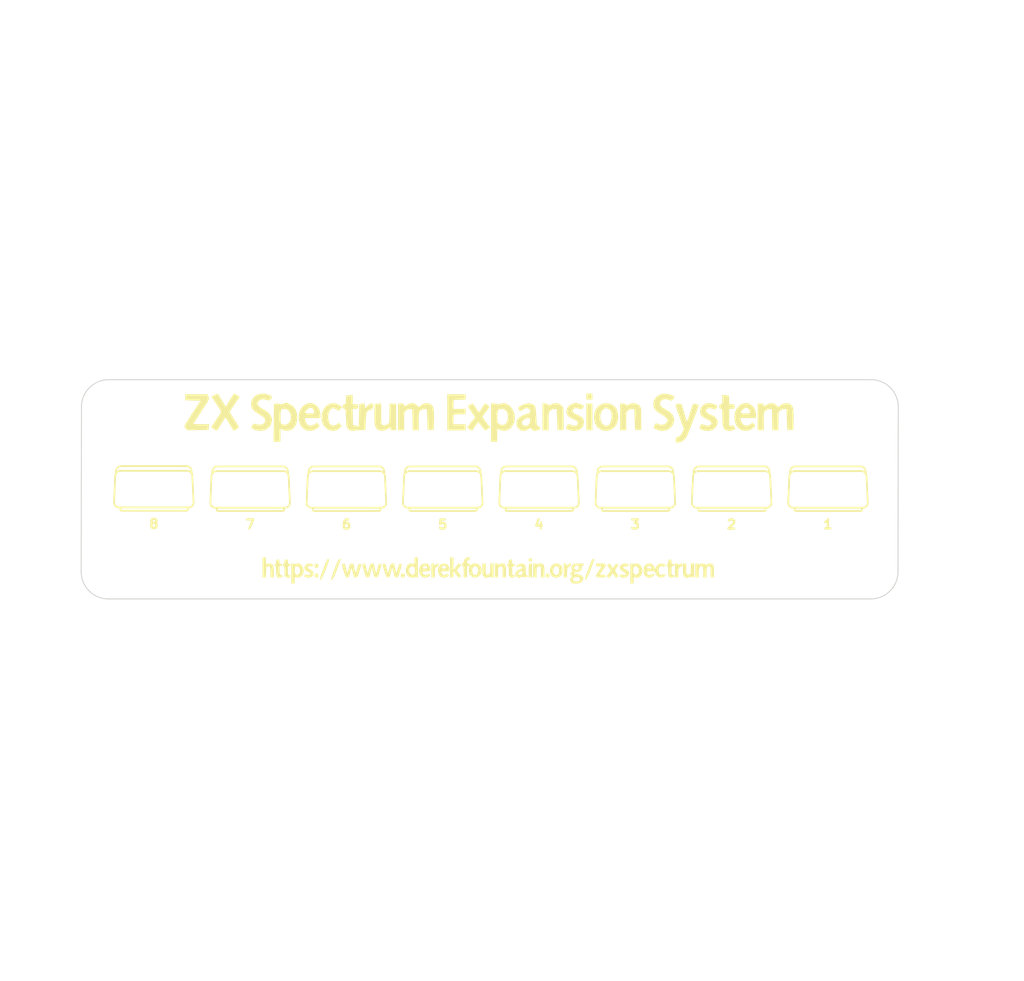
<source format=kicad_pcb>
(kicad_pcb (version 20211014) (generator pcbnew)
  (layers (0 "F.Cu" signal) (31 "B.Cu" signal) (34 "B.Paste" user) (35 "F.Paste" user) (36 "B.SilkS" user "B.Silkscreen") (37 "F.SilkS" user "F.Silkscreen") (38 "B.Mask" user) (39 "F.Mask" user) (44 "Edge.Cuts" user))
  (net 0 "")
  (footprint "LOGO" (layer "F.Cu") (at 144.758873 88.744363)
    (fp_text reference "G***" hide)
    (fp_text value "LOGO" hide)
  )
  (footprint "" (layer "F.Cu") (at 161.001428 79.97)
    (fp_text reference "" (at 0 0) (layer "F.SilkS") (effects (font (size 1.27 1.27))))
    (fp_text value "" (at 0 0) (layer "F.SilkS") (effects (font (size 1.27 1.27))))
    (pad "" np_thru_hole circle locked (at 0 0) (size 3.2 3.2) (drill 3.2) (layers F&B.Cu *.Mask))
  )
  (footprint "LOGO" (layer "F.Cu") (at 107.944288 79.86)
    (fp_text reference "G***" hide)
    (fp_text value "LOGO" hide)
  )
  (footprint "MountingHole:MountingHole_3.2mm_M3" (layer "F.Cu") (at 186.07 71.74)
    (fp_text reference "REF**" hide)
    (fp_text value "MountingHole_3.2mm_M3" hide)
    (pad "" np_thru_hole circle locked (at 0 0) (size 3.2 3.2) (drill 3.2) (layers F&B.Cu *.Mask))
  )
  (footprint "LOGO" (layer "F.Cu") (at 144.673536 71.676667)
    (fp_text reference "G***" hide)
    (fp_text value "LOGO" hide)
  )
  (footprint "LOGO" (layer "F.Cu") (at 129.167144 79.89)
    (fp_text reference "G***" hide)
    (fp_text value "LOGO" hide)
  )
  (footprint "" (layer "F.Cu") (at 107.944288 79.94)
    (fp_text reference "" (at 0 0) (layer "F.SilkS") (effects (font (size 1.27 1.27))))
    (fp_text value "" (at 0 0) (layer "F.SilkS") (effects (font (size 1.27 1.27))))
    (pad "" np_thru_hole circle locked (at 0 0) (size 3.2 3.2) (drill 3.2) (layers F&B.Cu *.Mask))
  )
  (footprint "LOGO" (layer "F.Cu") (at 118.555716 79.89)
    (fp_text reference "G***" hide)
    (fp_text value "LOGO" hide)
  )
  (footprint "" (layer "F.Cu") (at 182.224288 79.97)
    (fp_text reference "" (at 0 0) (layer "F.SilkS") (effects (font (size 1.27 1.27))))
    (fp_text value "" (at 0 0) (layer "F.SilkS") (effects (font (size 1.27 1.27))))
    (pad "" np_thru_hole circle locked (at 0 0) (size 3.2 3.2) (drill 3.2) (layers F&B.Cu *.Mask))
  )
  (footprint "LOGO" (layer "F.Cu") (at 182.224288 79.89)
    (fp_text reference "G***" hide)
    (fp_text value "LOGO" hide)
  )
  (footprint "LOGO" (layer "F.Cu") (at 171.612856 79.89)
    (fp_text reference "G***" hide)
    (fp_text value "LOGO" hide)
  )
  (footprint "" (layer "F.Cu") (at 150.39 79.97)
    (fp_text reference "" (at 0 0) (layer "F.SilkS") (effects (font (size 1.27 1.27))))
    (fp_text value "" (at 0 0) (layer "F.SilkS") (effects (font (size 1.27 1.27))))
    (pad "" np_thru_hole circle locked (at 0 0) (size 3.2 3.2) (drill 3.2) (layers F&B.Cu *.Mask))
  )
  (footprint "MountingHole:MountingHole_3.2mm_M3" (layer "F.Cu") (at 103.89 71.76)
    (fp_text reference "REF**" hide)
    (fp_text value "MountingHole_3.2mm_M3" hide)
    (pad "" np_thru_hole circle locked (at 0 0) (size 3.2 3.2) (drill 3.2) (layers *.Cu *.Mask))
  )
  (footprint "" (layer "F.Cu") (at 118.555716 79.97)
    (fp_text reference "" (at 0 0) (layer "F.SilkS") (effects (font (size 1.27 1.27))))
    (fp_text value "" (at 0 0) (layer "F.SilkS") (effects (font (size 1.27 1.27))))
    (pad "" np_thru_hole circle locked (at 0 0) (size 3.2 3.2) (drill 3.2) (layers F&B.Cu *.Mask))
  )
  (footprint "MountingHole:MountingHole_3.2mm_M3" (layer "F.Cu") (at 186.01 88.16)
    (fp_text reference "REF**" hide)
    (fp_text value "MountingHole_3.2mm_M3" hide)
    (pad "" np_thru_hole circle locked (at 0 0) (size 3.2 3.2) (drill 3.2) (layers F&B.Cu *.Mask))
  )
  (footprint "MountingHole:MountingHole_3.2mm_M3" (layer "F.Cu") (at 103.82 88.18)
    (fp_text reference "REF**" hide)
    (fp_text value "MountingHole_3.2mm_M3" hide)
    (pad "" np_thru_hole circle locked (at 0 0) (size 3.2 3.2) (drill 3.2) (layers F&B.Cu *.Mask))
  )
  (footprint "" (layer "F.Cu") (at 129.167144 79.97)
    (fp_text reference "" (at 0 0) (layer "F.SilkS") (effects (font (size 1.27 1.27))))
    (fp_text value "" (at 0 0) (layer "F.SilkS") (effects (font (size 1.27 1.27))))
    (pad "" np_thru_hole circle locked (at 0 0) (size 3.2 3.2) (drill 3.2) (layers F&B.Cu *.Mask))
  )
  (footprint "LOGO" (layer "F.Cu") (at 139.778572 79.89)
    (fp_text reference "G***" hide)
    (fp_text value "LOGO" hide)
  )
  (footprint "LOGO" (layer "F.Cu") (at 150.39 79.89)
    (fp_text reference "G***" hide)
    (fp_text value "LOGO" hide)
  )
  (footprint "LOGO" (layer "F.Cu") (at 161.001428 79.89)
    (fp_text reference "G***" hide)
    (fp_text value "LOGO" hide)
  )
  (footprint "" (layer "F.Cu") (at 139.778572 79.97)
    (fp_text reference "" (at 0 0) (layer "F.SilkS") (effects (font (size 1.27 1.27))))
    (fp_text value "" (at 0 0) (layer "F.SilkS") (effects (font (size 1.27 1.27))))
    (pad "" np_thru_hole circle locked (at 0 0) (size 3.2 3.2) (drill 3.2) (layers F&B.Cu *.Mask))
  )
  (footprint "" (layer "F.Cu") (at 171.612856 79.97)
    (fp_text reference "" (at 0 0) (layer "F.SilkS") (effects (font (size 1.27 1.27))))
    (fp_text value "" (at 0 0) (layer "F.SilkS") (effects (font (size 1.27 1.27))))
    (pad "" np_thru_hole circle locked (at 0 0) (size 3.2 3.2) (drill 3.2) (layers F&B.Cu *.Mask))
  )
  (gr_line locked (start 99.97 70.87) (end 99.94 89.04) (layer "Edge.Cuts") (width 0.1))
  (gr_arc locked (start 99.97 70.87) (mid 100.84868 68.74868) (end 102.97 67.87) (layer "Edge.Cuts") (width 0.1))
  (gr_arc locked (start 102.94 92.04) (mid 100.81868 91.16132) (end 99.94 89.04) (layer "Edge.Cuts") (width 0.1))
  (gr_line locked (start 186.94 92.04) (end 102.94 92.04) (layer "Edge.Cuts") (width 0.1))
  (gr_line locked (start 102.97 67.87) (end 186.97 67.87) (layer "Edge.Cuts") (width 0.1))
  (gr_arc locked (start 186.97 67.87) (mid 189.09132 68.74868) (end 189.97 70.87) (layer "Edge.Cuts") (width 0.1))
  (gr_arc locked (start 189.94 89.04) (mid 189.06132 91.16132) (end 186.94 92.04) (layer "Edge.Cuts") (width 0.1))
  (gr_line locked (start 189.94 89.04) (end 189.97 70.87) (layer "Edge.Cuts") (width 0.1))
  (gr_text "7" (at 118.56143 83.83) (layer "F.SilkS") (effects (font (size 1 1) (thickness 0.25))))
  (gr_text "1" (at 182.204288 83.82) (layer "F.SilkS") (effects (font (size 1 1) (thickness 0.25))))
  (gr_text "3" (at 160.989998 83.83) (layer "F.SilkS") (effects (font (size 1 1) (thickness 0.25))))
  (gr_text "8" (at 107.954288 83.77) (layer "F.SilkS") (effects (font (size 1 1) (thickness 0.25))))
  (gr_text "4" (at 150.382856 83.83) (layer "F.SilkS") (effects (font (size 1 1) (thickness 0.25))))
  (gr_text "2" (at 171.59714 83.83) (layer "F.SilkS") (effects (font (size 1 1) (thickness 0.25))))
  (gr_text "6" (at 129.168572 83.83) (layer "F.SilkS") (effects (font (size 1 1) (thickness 0.25))))
  (gr_text "5" (at 139.775714 83.83) (layer "F.SilkS") (effects (font (size 1 1) (thickness 0.25))))
)
</source>
